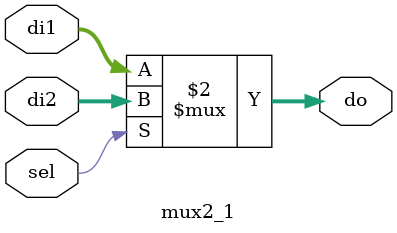
<source format=v>
`timescale 1ns / 1ps


module mux2_1 #(parameter n=32)(input [n-1:0] di1,input [n-1:0] di2,input sel,output [n-1:0] do);
assign do=(sel==1'b0)?di1:di2;
endmodule
</source>
